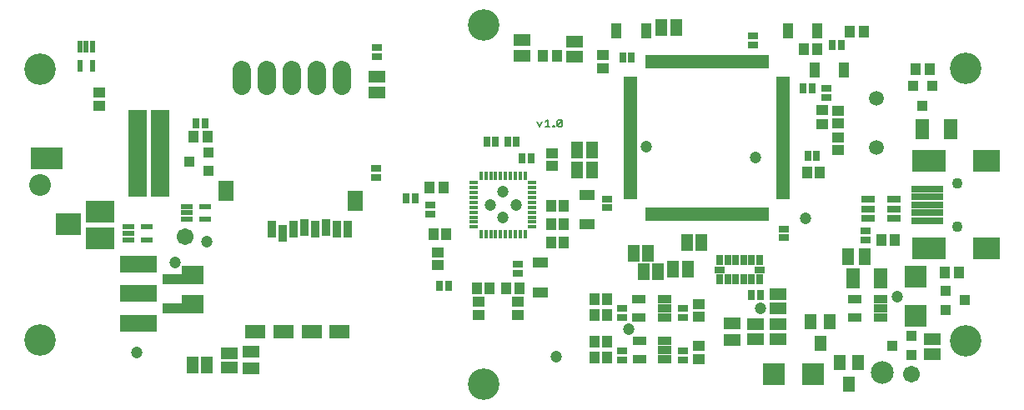
<source format=gbr>
G75*
G70*
%OFA0B0*%
%FSLAX24Y24*%
%IPPOS*%
%LPD*%
%AMOC8*
5,1,8,0,0,1.08239X$1,22.5*
%
%ADD10C,0.0671*%
%ADD11C,0.0070*%
%ADD12C,0.0907*%
%ADD13R,0.1458X0.0671*%
%ADD14R,0.0867X0.0395*%
%ADD15R,0.0867X0.0749*%
%ADD16C,0.0157*%
%ADD17R,0.0276X0.0157*%
%ADD18R,0.0157X0.0276*%
%ADD19C,0.0474*%
%ADD20R,0.0316X0.0395*%
%ADD21R,0.0395X0.0316*%
%ADD22R,0.0434X0.0513*%
%ADD23R,0.0513X0.0434*%
%ADD24R,0.1261X0.0867*%
%ADD25R,0.1143X0.0867*%
%ADD26R,0.1025X0.0867*%
%ADD27C,0.0867*%
%ADD28R,0.0513X0.0395*%
%ADD29R,0.0671X0.0474*%
%ADD30R,0.0474X0.0671*%
%ADD31R,0.0631X0.0395*%
%ADD32R,0.0395X0.0434*%
%ADD33R,0.0552X0.0790*%
%ADD34R,0.0631X0.0828*%
%ADD35R,0.0789X0.0552*%
%ADD36R,0.0356X0.0671*%
%ADD37R,0.0560X0.0324*%
%ADD38R,0.0671X0.0513*%
%ADD39R,0.0513X0.0671*%
%ADD40R,0.0434X0.0395*%
%ADD41R,0.0395X0.0513*%
%ADD42R,0.0867X0.0867*%
%ADD43R,0.0474X0.0631*%
%ADD44R,0.0474X0.0218*%
%ADD45R,0.0218X0.0474*%
%ADD46R,0.1064X0.0867*%
%ADD47R,0.1379X0.0867*%
%ADD48R,0.1300X0.0277*%
%ADD49C,0.0434*%
%ADD50R,0.0552X0.0297*%
%ADD51R,0.0297X0.0434*%
%ADD52R,0.0434X0.0297*%
%ADD53R,0.0395X0.0631*%
%ADD54C,0.0592*%
%ADD55R,0.0749X0.3505*%
%ADD56R,0.0552X0.0198*%
%ADD57R,0.0198X0.0552*%
%ADD58C,0.0730*%
%ADD59C,0.1261*%
D10*
X007862Y007478D03*
X036917Y001966D03*
D11*
X022938Y011911D02*
X022890Y011864D01*
X022796Y011864D01*
X022748Y011911D01*
X022938Y012101D01*
X022938Y011911D01*
X022938Y012101D02*
X022890Y012148D01*
X022796Y012148D01*
X022748Y012101D01*
X022748Y011911D01*
X022632Y011911D02*
X022632Y011864D01*
X022585Y011864D01*
X022585Y011911D01*
X022632Y011911D01*
X022449Y011864D02*
X022259Y011864D01*
X022354Y011864D02*
X022354Y012148D01*
X022259Y012053D01*
X022122Y012053D02*
X022027Y011864D01*
X021933Y012053D01*
D12*
X035736Y002045D03*
D13*
X006012Y004014D03*
X006012Y005195D03*
X006012Y006376D03*
D14*
X007390Y005766D03*
X007390Y004584D03*
D15*
X008177Y004762D03*
X008177Y005943D03*
D16*
X019516Y007852D03*
X019516Y008049D03*
X019516Y008246D03*
X019516Y008443D03*
X019516Y008640D03*
X019516Y008836D03*
X019516Y009033D03*
X019516Y009230D03*
X019516Y009427D03*
X019516Y009624D03*
X019693Y009801D03*
X019890Y009801D03*
X020087Y009801D03*
X020283Y009801D03*
X020480Y009801D03*
X020677Y009801D03*
X020874Y009801D03*
X021071Y009801D03*
X021268Y009801D03*
X021465Y009801D03*
X021642Y009624D03*
X021642Y009427D03*
X021642Y009230D03*
X021642Y009033D03*
X021642Y008836D03*
X021642Y008640D03*
X021642Y008443D03*
X021642Y008246D03*
X021642Y008049D03*
X021642Y007852D03*
X021465Y007675D03*
X021268Y007675D03*
X021071Y007675D03*
X020874Y007675D03*
X020677Y007675D03*
X020480Y007675D03*
X020283Y007675D03*
X020087Y007675D03*
X019890Y007675D03*
X019693Y007675D03*
D17*
X019378Y007852D03*
X019378Y008049D03*
X019378Y008246D03*
X019378Y008443D03*
X019378Y008640D03*
X019378Y008836D03*
X019378Y009033D03*
X019378Y009230D03*
X019378Y009427D03*
X019378Y009624D03*
X021780Y009624D03*
X021780Y009427D03*
X021780Y009230D03*
X021780Y009033D03*
X021780Y008836D03*
X021780Y008640D03*
X021780Y008443D03*
X021780Y008246D03*
X021780Y008049D03*
X021780Y007852D03*
D18*
X021465Y007537D03*
X021268Y007537D03*
X021071Y007537D03*
X020874Y007537D03*
X020677Y007537D03*
X020480Y007537D03*
X020283Y007537D03*
X020087Y007537D03*
X019890Y007537D03*
X019693Y007537D03*
X019693Y009939D03*
X019890Y009939D03*
X020087Y009939D03*
X020283Y009939D03*
X020480Y009939D03*
X020677Y009939D03*
X020874Y009939D03*
X021071Y009939D03*
X021268Y009939D03*
X021465Y009939D03*
D19*
X005933Y002832D03*
X007469Y006415D03*
X008728Y007281D03*
X020067Y008738D03*
X020579Y009250D03*
X021091Y008738D03*
X020579Y008226D03*
X026287Y011061D03*
X030677Y010647D03*
X032665Y008187D03*
X036327Y005077D03*
X030854Y004604D03*
X025618Y003777D03*
X022705Y002675D03*
D20*
X018394Y005510D03*
X018039Y005510D03*
X017055Y009014D03*
X016701Y009014D03*
X021346Y010608D03*
X021701Y010608D03*
X021110Y011258D03*
X020756Y011258D03*
X020283Y011258D03*
X019929Y011258D03*
X025362Y014643D03*
X025717Y014643D03*
X032567Y013384D03*
X032921Y013384D03*
X033748Y015116D03*
X034102Y015116D03*
X033118Y010706D03*
X032764Y010706D03*
X030854Y005143D03*
X030500Y005143D03*
X008669Y012006D03*
X008315Y012006D03*
D21*
X015492Y010203D03*
X015492Y009848D03*
X017665Y008718D03*
X017665Y008364D03*
X021169Y006356D03*
X021169Y006002D03*
X025343Y004584D03*
X025343Y004230D03*
X027783Y004230D03*
X027783Y004584D03*
X027783Y002892D03*
X027783Y002537D03*
X025343Y002537D03*
X025343Y002892D03*
X035067Y007340D03*
X035067Y007695D03*
X031799Y007773D03*
X031799Y007419D03*
X024732Y008620D03*
X024732Y008974D03*
X033512Y013037D03*
X033512Y013392D03*
X030579Y015136D03*
X030579Y015490D03*
X015520Y015018D03*
X015520Y014663D03*
D22*
X022488Y008699D03*
X023000Y008699D03*
X023000Y007951D03*
X022488Y007951D03*
X022488Y007242D03*
X023000Y007242D03*
X021228Y005392D03*
X020717Y005392D03*
X020047Y005392D03*
X019535Y005392D03*
X024220Y004958D03*
X024732Y004958D03*
X024732Y004329D03*
X024220Y004329D03*
X024220Y003266D03*
X024732Y003266D03*
X024732Y002636D03*
X024220Y002636D03*
X035717Y007321D03*
X036228Y007321D03*
X033236Y010037D03*
X032724Y010037D03*
X018315Y007557D03*
X017803Y007557D03*
D23*
X017980Y006829D03*
X017980Y006317D03*
X022547Y010293D03*
X022547Y010805D03*
X033961Y010931D03*
X033961Y011443D03*
X033976Y011986D03*
X033976Y012498D03*
X028413Y004781D03*
X028413Y004269D03*
X028413Y003088D03*
X028413Y002577D03*
D24*
X002350Y010588D03*
D25*
X004457Y008462D03*
X004457Y007399D03*
D26*
X003217Y007951D03*
D27*
X002075Y009525D03*
D28*
X004437Y012695D03*
X004437Y013246D03*
X019594Y004880D03*
X019594Y004329D03*
X021169Y004329D03*
X021169Y004880D03*
X033331Y011974D03*
X033331Y012525D03*
X024555Y014191D03*
X024555Y014742D03*
D29*
X023433Y014663D03*
X023433Y015254D03*
X031563Y005175D03*
X031563Y004584D03*
X031563Y003955D03*
X030657Y003955D03*
X030657Y003364D03*
X031563Y003364D03*
X037744Y003364D03*
X037744Y002773D03*
X009634Y002813D03*
X009634Y002222D03*
D30*
X008748Y002321D03*
X008157Y002321D03*
X025795Y006809D03*
X026386Y006809D03*
X027921Y007242D03*
X028512Y007242D03*
X027961Y006179D03*
X027370Y006179D03*
X026780Y006061D03*
X026189Y006061D03*
X024142Y010116D03*
X023551Y010116D03*
X023551Y010943D03*
X024142Y010943D03*
X026898Y015825D03*
X027488Y015825D03*
D31*
X023925Y009132D03*
X023925Y007951D03*
X022055Y006415D03*
X022055Y005234D03*
D32*
X037350Y012714D03*
X036976Y013502D03*
X037724Y013502D03*
D33*
X037350Y011769D03*
X038453Y011769D03*
X035677Y005785D03*
X034575Y005785D03*
D34*
X014681Y008892D03*
X009504Y009285D03*
D35*
X010685Y003675D03*
X011807Y003675D03*
X012929Y003675D03*
X014051Y003675D03*
D36*
X011780Y007612D03*
X012213Y007769D03*
X012646Y007848D03*
X013079Y007769D03*
X013512Y007848D03*
X013945Y007769D03*
X014378Y007769D03*
X011346Y007769D03*
D37*
X026012Y004978D03*
X027035Y004978D03*
X027035Y004604D03*
X027035Y004230D03*
X026012Y004230D03*
X026024Y003297D03*
X027047Y003297D03*
X027047Y002923D03*
X027047Y002549D03*
X026024Y002549D03*
X034634Y004230D03*
X035657Y004230D03*
X035657Y004604D03*
X035657Y004978D03*
X034634Y004978D03*
D38*
X029752Y003994D03*
X029752Y003344D03*
X010500Y002852D03*
X010500Y002203D03*
X015539Y013226D03*
X015539Y013876D03*
X021327Y014683D03*
X021327Y015332D03*
D39*
X034378Y006651D03*
X035028Y006651D03*
D40*
X038256Y005293D03*
X039043Y004919D03*
X038256Y004545D03*
X036917Y003482D03*
X036130Y003108D03*
X036917Y002734D03*
X008807Y010096D03*
X008020Y010470D03*
X008807Y010844D03*
D41*
X008768Y011455D03*
X008217Y011455D03*
X017646Y009427D03*
X018197Y009427D03*
X022173Y014683D03*
X022724Y014683D03*
X032587Y014958D03*
X033138Y014958D03*
X034437Y015667D03*
X034988Y015667D03*
X037075Y014171D03*
X037626Y014171D03*
X038236Y006021D03*
X038787Y006021D03*
D42*
X037071Y005868D03*
X037071Y004293D03*
X032980Y001970D03*
X031406Y001970D03*
D43*
X034024Y002439D03*
X034772Y002439D03*
X033256Y003187D03*
X033630Y004053D03*
X032882Y004053D03*
X034398Y001573D03*
D44*
X008669Y008167D03*
X007921Y008167D03*
X007921Y008423D03*
X007921Y008679D03*
X008669Y008679D03*
X006346Y007852D03*
X005598Y007852D03*
X005598Y007596D03*
X005598Y007340D03*
X006346Y007340D03*
D45*
X004165Y014309D03*
X003654Y014309D03*
X003654Y015057D03*
X003909Y015057D03*
X004165Y015057D03*
D46*
X039909Y010490D03*
X039909Y006986D03*
D47*
X037587Y006986D03*
X037587Y010490D03*
D48*
X037547Y009368D03*
X037547Y009053D03*
X037547Y008738D03*
X037547Y008423D03*
X037547Y008108D03*
D49*
X038728Y007872D03*
X038728Y009604D03*
D50*
X036209Y008955D03*
X035185Y008955D03*
X035185Y008581D03*
X035185Y008206D03*
X036209Y008206D03*
X036209Y008581D03*
D51*
X030823Y006537D03*
X030508Y006537D03*
X030193Y006537D03*
X029878Y006537D03*
X029563Y006537D03*
X029248Y006537D03*
X029248Y005750D03*
X029563Y005750D03*
X029878Y005750D03*
X030193Y005750D03*
X030508Y005750D03*
X030823Y005750D03*
D52*
X030823Y006143D03*
X029248Y006143D03*
D53*
X033020Y014132D03*
X034201Y014132D03*
X033138Y015706D03*
X031957Y015706D03*
X026287Y015706D03*
X025106Y015706D03*
D54*
X035500Y012990D03*
X035500Y011021D03*
D55*
X006858Y010785D03*
X005953Y010785D03*
D56*
X025677Y010825D03*
X025677Y011021D03*
X025677Y011218D03*
X025677Y011415D03*
X025677Y011612D03*
X025677Y011809D03*
X025677Y012006D03*
X025677Y012203D03*
X025677Y012399D03*
X025677Y012596D03*
X025677Y012793D03*
X025677Y012990D03*
X025677Y013187D03*
X025677Y013384D03*
X025677Y013581D03*
X025677Y013777D03*
X031780Y013777D03*
X031780Y013581D03*
X031780Y013384D03*
X031780Y013187D03*
X031780Y012990D03*
X031780Y012793D03*
X031780Y012596D03*
X031780Y012399D03*
X031780Y012203D03*
X031780Y012006D03*
X031780Y011809D03*
X031780Y011612D03*
X031780Y011415D03*
X031780Y011218D03*
X031780Y011021D03*
X031780Y010825D03*
X031780Y010628D03*
X031780Y010431D03*
X031780Y010234D03*
X031780Y010037D03*
X031780Y009840D03*
X031780Y009643D03*
X031780Y009447D03*
X031780Y009250D03*
X031780Y009053D03*
X025677Y009053D03*
X025677Y009250D03*
X025677Y009447D03*
X025677Y009643D03*
X025677Y009840D03*
X025677Y010037D03*
X025677Y010234D03*
X025677Y010431D03*
X025677Y010628D03*
D57*
X026366Y008364D03*
X026563Y008364D03*
X026760Y008364D03*
X026957Y008364D03*
X027154Y008364D03*
X027350Y008364D03*
X027547Y008364D03*
X027744Y008364D03*
X027941Y008364D03*
X028138Y008364D03*
X028335Y008364D03*
X028531Y008364D03*
X028728Y008364D03*
X028925Y008364D03*
X029122Y008364D03*
X029319Y008364D03*
X029516Y008364D03*
X029713Y008364D03*
X029909Y008364D03*
X030106Y008364D03*
X030303Y008364D03*
X030500Y008364D03*
X030697Y008364D03*
X030894Y008364D03*
X031091Y008364D03*
X031091Y014466D03*
X030894Y014466D03*
X030697Y014466D03*
X030500Y014466D03*
X030303Y014466D03*
X030106Y014466D03*
X029909Y014466D03*
X029713Y014466D03*
X029516Y014466D03*
X029319Y014466D03*
X029122Y014466D03*
X028925Y014466D03*
X028728Y014466D03*
X028531Y014466D03*
X028335Y014466D03*
X028138Y014466D03*
X027941Y014466D03*
X027744Y014466D03*
X027547Y014466D03*
X027350Y014466D03*
X027154Y014466D03*
X026957Y014466D03*
X026760Y014466D03*
X026563Y014466D03*
X026366Y014466D03*
D58*
X014122Y014141D02*
X014122Y013493D01*
X013122Y013493D02*
X013122Y014141D01*
X012122Y014141D02*
X012122Y013493D01*
X011122Y013493D02*
X011122Y014141D01*
X010122Y014141D02*
X010122Y013493D01*
D59*
X002075Y014151D03*
X019791Y015923D03*
X039083Y014191D03*
X039083Y003285D03*
X019791Y001553D03*
X002075Y003325D03*
M02*

</source>
